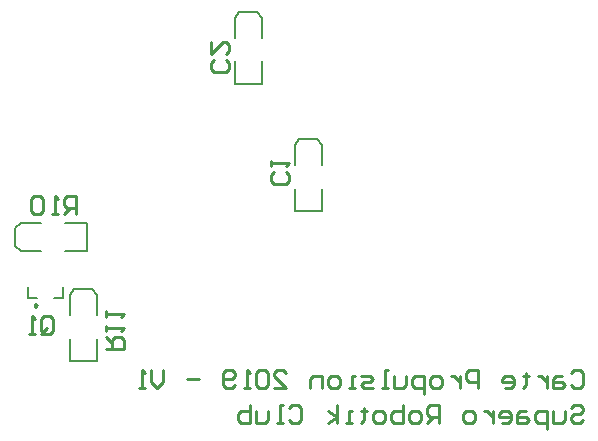
<source format=gbo>
G04 Layer_Color=32896*
%FSLAX25Y25*%
%MOIN*%
G70*
G01*
G75*
%ADD31C,0.01000*%
%ADD32C,0.00787*%
%ADD33C,0.00984*%
D31*
X232501Y19595D02*
X233501Y20594D01*
X235500D01*
X236500Y19595D01*
Y15596D01*
X235500Y14596D01*
X233501D01*
X232501Y15596D01*
X229502Y18595D02*
X227503D01*
X226503Y17595D01*
Y14596D01*
X229502D01*
X230502Y15596D01*
X229502Y16596D01*
X226503D01*
X224504Y18595D02*
Y14596D01*
Y16596D01*
X223504Y17595D01*
X222504Y18595D01*
X221505D01*
X217506Y19595D02*
Y18595D01*
X218506D01*
X216507D01*
X217506D01*
Y15596D01*
X216507Y14596D01*
X210508D02*
X212508D01*
X213507Y15596D01*
Y17595D01*
X212508Y18595D01*
X210508D01*
X209509Y17595D01*
Y16596D01*
X213507D01*
X201511Y14596D02*
Y20594D01*
X198512D01*
X197513Y19595D01*
Y17595D01*
X198512Y16596D01*
X201511D01*
X195513Y18595D02*
Y14596D01*
Y16596D01*
X194514Y17595D01*
X193514Y18595D01*
X192514D01*
X188515Y14596D02*
X186516D01*
X185517Y15596D01*
Y17595D01*
X186516Y18595D01*
X188515D01*
X189515Y17595D01*
Y15596D01*
X188515Y14596D01*
X183517Y12597D02*
Y18595D01*
X180518D01*
X179518Y17595D01*
Y15596D01*
X180518Y14596D01*
X183517D01*
X177519Y18595D02*
Y15596D01*
X176519Y14596D01*
X173520D01*
Y18595D01*
X171521Y14596D02*
X169522D01*
X170521D01*
Y20594D01*
X171521D01*
X166523Y14596D02*
X163524D01*
X162524Y15596D01*
X163524Y16596D01*
X165523D01*
X166523Y17595D01*
X165523Y18595D01*
X162524D01*
X160525Y14596D02*
X158525D01*
X159525D01*
Y18595D01*
X160525D01*
X154526Y14596D02*
X152527D01*
X151528Y15596D01*
Y17595D01*
X152527Y18595D01*
X154526D01*
X155526Y17595D01*
Y15596D01*
X154526Y14596D01*
X149528D02*
Y18595D01*
X146529D01*
X145529Y17595D01*
Y14596D01*
X133533D02*
X137532D01*
X133533Y18595D01*
Y19595D01*
X134533Y20594D01*
X136532D01*
X137532Y19595D01*
X131534D02*
X130534Y20594D01*
X128535D01*
X127535Y19595D01*
Y15596D01*
X128535Y14596D01*
X130534D01*
X131534Y15596D01*
Y19595D01*
X125536Y14596D02*
X123537D01*
X124536D01*
Y20594D01*
X125536Y19595D01*
X120537Y15596D02*
X119538Y14596D01*
X117538D01*
X116539Y15596D01*
Y19595D01*
X117538Y20594D01*
X119538D01*
X120537Y19595D01*
Y18595D01*
X119538Y17595D01*
X116539D01*
X108541D02*
X104543D01*
X96545Y20594D02*
Y16596D01*
X94546Y14596D01*
X92547Y16596D01*
Y20594D01*
X90547Y14596D02*
X88548D01*
X89547D01*
Y20594D01*
X90547Y19595D01*
X232501Y7998D02*
X233501Y8997D01*
X235500D01*
X236500Y7998D01*
Y6998D01*
X235500Y5998D01*
X233501D01*
X232501Y4999D01*
Y3999D01*
X233501Y2999D01*
X235500D01*
X236500Y3999D01*
X230502Y6998D02*
Y3999D01*
X229502Y2999D01*
X226503D01*
Y6998D01*
X224504Y1000D02*
Y6998D01*
X221505D01*
X220505Y5998D01*
Y3999D01*
X221505Y2999D01*
X224504D01*
X217506Y6998D02*
X215507D01*
X214507Y5998D01*
Y2999D01*
X217506D01*
X218506Y3999D01*
X217506Y4999D01*
X214507D01*
X209509Y2999D02*
X211508D01*
X212508Y3999D01*
Y5998D01*
X211508Y6998D01*
X209509D01*
X208509Y5998D01*
Y4999D01*
X212508D01*
X206510Y6998D02*
Y2999D01*
Y4999D01*
X205510Y5998D01*
X204510Y6998D01*
X203511D01*
X199512Y2999D02*
X197513D01*
X196513Y3999D01*
Y5998D01*
X197513Y6998D01*
X199512D01*
X200512Y5998D01*
Y3999D01*
X199512Y2999D01*
X188515D02*
Y8997D01*
X185517D01*
X184517Y7998D01*
Y5998D01*
X185517Y4999D01*
X188515D01*
X186516D02*
X184517Y2999D01*
X181518D02*
X179518D01*
X178519Y3999D01*
Y5998D01*
X179518Y6998D01*
X181518D01*
X182518Y5998D01*
Y3999D01*
X181518Y2999D01*
X176519Y8997D02*
Y2999D01*
X173520D01*
X172521Y3999D01*
Y4999D01*
Y5998D01*
X173520Y6998D01*
X176519D01*
X169522Y2999D02*
X167522D01*
X166523Y3999D01*
Y5998D01*
X167522Y6998D01*
X169522D01*
X170521Y5998D01*
Y3999D01*
X169522Y2999D01*
X163524Y7998D02*
Y6998D01*
X164523D01*
X162524D01*
X163524D01*
Y3999D01*
X162524Y2999D01*
X159525D02*
X157526D01*
X158525D01*
Y6998D01*
X159525D01*
X154526Y2999D02*
Y8997D01*
Y4999D02*
X151528Y6998D01*
X154526Y4999D02*
X151528Y2999D01*
X138532Y7998D02*
X139531Y8997D01*
X141531D01*
X142530Y7998D01*
Y3999D01*
X141531Y2999D01*
X139531D01*
X138532Y3999D01*
X136532Y2999D02*
X134533D01*
X135533D01*
Y8997D01*
X136532D01*
X131534Y6998D02*
Y3999D01*
X130534Y2999D01*
X127535D01*
Y6998D01*
X125536Y8997D02*
Y2999D01*
X122537D01*
X121537Y3999D01*
Y4999D01*
Y5998D01*
X122537Y6998D01*
X125536D01*
X137498Y86499D02*
X138498Y85499D01*
Y83500D01*
X137498Y82500D01*
X133500D01*
X132500Y83500D01*
Y85499D01*
X133500Y86499D01*
X132500Y88498D02*
Y90497D01*
Y89498D01*
X138498D01*
X137498Y88498D01*
X117498Y123999D02*
X118498Y122999D01*
Y121000D01*
X117498Y120000D01*
X113500D01*
X112500Y121000D01*
Y122999D01*
X113500Y123999D01*
X112500Y129997D02*
Y125998D01*
X116499Y129997D01*
X117498D01*
X118498Y128997D01*
Y126998D01*
X117498Y125998D01*
X56001Y33500D02*
Y37498D01*
X57001Y38498D01*
X59000D01*
X60000Y37498D01*
Y33500D01*
X59000Y32500D01*
X57001D01*
X58001Y34499D02*
X56001Y32500D01*
X57001D02*
X56001Y33500D01*
X54002Y32500D02*
X52003D01*
X53002D01*
Y38498D01*
X54002Y37498D01*
X67500Y72500D02*
Y78498D01*
X64501D01*
X63501Y77498D01*
Y75499D01*
X64501Y74499D01*
X67500D01*
X65501D02*
X63501Y72500D01*
X61502D02*
X59503D01*
X60502D01*
Y78498D01*
X61502Y77498D01*
X56504D02*
X55504Y78498D01*
X53505D01*
X52505Y77498D01*
Y73500D01*
X53505Y72500D01*
X55504D01*
X56504Y73500D01*
Y77498D01*
X77500Y27500D02*
X83498D01*
Y30499D01*
X82498Y31499D01*
X80499D01*
X79499Y30499D01*
Y27500D01*
Y29499D02*
X77500Y31499D01*
Y33498D02*
Y35497D01*
Y34498D01*
X83498D01*
X82498Y33498D01*
X77500Y38496D02*
Y40496D01*
Y39496D01*
X83498D01*
X82498Y38496D01*
D32*
X140472Y73583D02*
Y81063D01*
X149528Y73583D02*
Y81063D01*
X140472Y73583D02*
X149528D01*
X142047Y97598D02*
X147953D01*
X140472Y88937D02*
Y95630D01*
X147953Y97598D02*
X149528Y95630D01*
X140472D02*
X142047Y97598D01*
X149528Y88937D02*
Y95630D01*
X120472Y116083D02*
Y123563D01*
X129528Y116083D02*
Y123563D01*
X120472Y116083D02*
X129528D01*
X122047Y140098D02*
X127953D01*
X120472Y131437D02*
Y138130D01*
X127953Y140098D02*
X129528Y138130D01*
X120472D02*
X122047Y140098D01*
X129528Y131437D02*
Y138130D01*
X65472Y23583D02*
Y31063D01*
X74528Y23583D02*
Y31063D01*
X65472Y23583D02*
X74528D01*
X67047Y47598D02*
X72953D01*
X65472Y38937D02*
Y45630D01*
X72953Y47598D02*
X74528Y45630D01*
X65472D02*
X67047Y47598D01*
X74528Y38937D02*
Y45630D01*
X63937Y60472D02*
X71417D01*
X63937Y69528D02*
X71417D01*
Y60472D02*
Y69528D01*
X47402Y62047D02*
Y67953D01*
X49370Y60472D02*
X56063D01*
X47402Y67953D02*
X49370Y69528D01*
X47402Y62047D02*
X49370Y60472D01*
X49370Y69528D02*
X56063D01*
X51595Y44744D02*
Y48287D01*
Y44744D02*
X54744D01*
X63406D02*
Y48287D01*
X60256Y44744D02*
X63406D01*
D33*
X54646Y42185D02*
X53908Y42611D01*
Y41759D01*
X54646Y42185D01*
M02*

</source>
